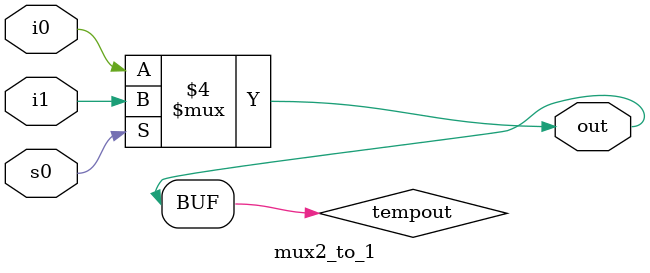
<source format=v>
/*
* Group no:14
* Assembled processor
*
* Here clock was used only in Program Counter. 
* This is a single cycle processor.
* So, @ rising edge , @@@@@@@@@@@@@@@@@@@@@@@@@@@@@@@@@@@@@@@@@@@@@@@@@@@@@@@@@@@@@@@@@@@@@@@@@@@@@@@@@@@@@@@@@@@@@@@@@@@@@@@@@@@@@@


*/


// assembled processor module
module Processor();

// initializing clock
	reg clock;


	initial
	clock = 1'b0;

	always
	#5 clock = ~clock;
	
//PC - call the program counter module
	wire [15:0]In;  //  Input for the pc
	wire [15:0] out; // output of the pc
	PC pc1(out,clock,In);
	
	
// call the Instruction Memory module
	wire [15:0]Instruction;
	Instruction_Mem Instruction_Mem1(Instruction,out);
	
	
//call the Controller module
	//  These 9 wires are outputs of controller module
	wire regDst,branch,Memread,MemtoReg,ALUop,Memwrite,ALUsrc,regWrite,jump;
	control mainController(Instruction[15:12],regDst,branch,Memread,MemtoReg,ALUop,Memwrite,ALUsrc,regWrite,jump);
	
	
// call 2 to 1 multiplexer	--------- Mux1
	wire writeReg; // output of mux1
	// mux2_to_1(out,i0,i1,s0) - s0 is the control input for mux
	mux2_to_1 mux1(writeReg,Instruction[3:0], Instruction[11:8],regDst);
	
	
	
// call the register file module	
	wire readData1,readData2; // outputs of register file
	wire writeData;           // input for register file - It stores data which is going to write in destination register
	registerFile registerfile1(readData1,readData2,Instruction[7:4],Instruction[3:0],writeReg,writeData,regWrite);

	
// call the Sign Extender
	wire [15:0] extendedOffset;
	signExtend SE(extendedOffset,Instruction[11:8]);
	
	
// call 2 to 1 multiplexer	--------- Mux2
	wire [15:0] ALUoperand2; // output of mux2 = 2nd operand(input) of ALU
	mux2_to_1 mux2(ALUoperand2,readData2, extendedOffset,ALUsrc);
	
	
//call the ALU module------- Main ALU
	wire lt,eq,gt,overflow,c_out,zero;
	wire [15:0] Datamemadr; // 1 output of ALU -- this is the address for data memory
	alu ALU(c_out,Datamemadr,zero,lt,eq,gt,overflow,readData1,ALUoperand2,ALUop);
	
	
// call the Data-Memory module
	wire [15:0] ReadData; // output for data memory
	DataMem dataMemory(ReadData,memRead,memWrite,Datamemadr,readData2);
	
	
// call 2 to 1 multiplexer	------------- Mux3
	mux2_to_1 mux3(writeData,Datamemadr, ReadData,MemtoReg);
	
	
// AND gate 
	wire mux4Control;  // output of the AND gate =  control input  of the Mux4
	and(mux4Control,branch,zero);
	
	
// call the adder module ---------------- Adder 1
	// pc should be updated by adding 1 byte
	// our pc is not byte addressable, unit address of pc = memory address size @@@@@@@@@@@@@@@@@@@@@@@@@@@@@@@@@@@@@@@@@@@@@@@@@@@
	wire [15:0] adder2operand1;
	adder adder1(adder2operand1,out, 16'h1);
	
	
//  call the jump address generator
	// It concatenates the addresses and makes the jumping address
	wire [15:0] mux5_i1; 
	jumpAddress jumpadr(mux5_i1,Instruction[11:0],adder2operand1[15:13]);
	
	
// call the adder module ---------------- Adder 2
	wire mux4_i1;
	adder adder2(mux4_i1,adder2operand1,extendedOffset);
	
	
// call 2 to 1 multiplexer	------------- Mux4
	wire mux5_i0;
	mux2_to_1 mux4(mux5_i0,adder2operand1, mux4_i1,mux4Control);
	
	
// call 2 to 1 multiplexer	------------- Mux5
	mux2_to_1 mux5(In,mux5_i0, mux5_i1,jump);

endmodule


//   INSTRUCTION MEMORY   
module Instruction_Mem(Instruction,Iaddr);

	// output of the Program Counter
	input [15:0] Iaddr;
	
	output [15:0] Instruction;
	
	// register file 
	reg[15:0] myreg[256:0];
	// Temporary registers
	reg [15:0] temp;
	

	always@(Iaddr)
	begin
		
		myreg [0]=16'h2301;
		temp=myreg[Iaddr];
		
	end
	
	assign Instruction=temp;
	
endmodule




//    ADDER	
module adder(sum,a, b);
	
	// I/O port declarations
	output [15:0] sum;
	input[15:0] a, b;
		
	assign sum = a + b ;	
	
endmodule



//     LEFT SHIFT (1 bit)
module left_shift1(shiftedOffset,offset);
	
	// I/O port declarations
	input [15:0]offset;
	output [15:0]shiftedOffset;
	
	reg [15:0]Temp;
	
	always @(offset)
	begin
		//Temp={offset[14:0],0};
		Temp=offset << 1;
	
	end
	
	assign shiftedOffset=Temp;

endmodule



//   JUMP ADDRESS GENERATOR
module jumpAddress(out,ins,pc);
	//// I/O port declarations
	input [2:0]pc;
	input [11:0]ins;

	output [15:0]out;
	// temporary register
	reg [15:0]temp;

	always @(pc,ins)
	begin
		temp[15:13]=pc;
		temp[12:1]=ins;
		temp[0]=1'b0;
	end

	assign out=temp;
	
endmodule



//   DATA MEMORY
module DataMem(readData,memRead,memWrite,address,writeData);

	input memRead,memWrite;
	input [15:0]address,writeData;

	output [15:0]readData;

	reg[15:0] myreg[255:0];
	reg [15:0]Temp; 

	always @(memWrite,memRead,address,writeData)
	begin
	
		//write to the data memory
		if(memWrite==1)
		begin
			myreg[address]=writeData;
		end
		
		//read from the data memory

		if(memRead==1)
		begin
			Temp=myreg[address];
		end
	end

	assign readData=Temp;	
		
endmodule



//  ALU 
module alu(c_out,z,zero,lt,eq,gt,overflow,x,y,c);
  input signed [15:0] x,y;   // x & y are signed numbers
  input [2:0] c;             // Op Code
  
  output [15:0] z;			 // output of the operation 
  output zero;               // output of ALU -- used in branch instructions 
  output c_out,overflow,lt,gt,eq;
  
  // Temporary registers
  reg [15:0] ztemp;
  reg zeroTemp;
  reg c_out_temp,overflow_temp,lt_temp,gt_temp,eq_temp;

  always @(c,x,y)
  begin
  
  
	//to determine the two numbers are equal or less than or greater than
   
    begin
      if(x<y)
        begin
        lt_temp=1'b1;
        gt_temp=1'b0;
        eq_temp=1'b0;
      end
	  
	  else if(x>y)
      begin
        lt_temp=1'b0;
        gt_temp=1'b1;
        eq_temp=1'b0;
      end
	  
      else
      begin
        lt_temp=1'b0;
        gt_temp=1'b0;
        eq_temp=1'b1;
      end
      
    end
    
    
		case(c)
		  3'b000://and operation
		  begin
			ztemp=x & y;
			
			zeroTemp=1'b0;
			c_out_temp=1'b0;
			overflow_temp=1'b0; 
		  end
		  
		  3'b001://or operation
		  begin
			ztemp=x | y;
			zeroTemp=1'b0;
			c_out_temp=1'b0;
			overflow_temp=1'b0;
		  end
		  
		  
		  3'b010://add operation 
		  begin 
			ztemp=x+y;
			zeroTemp=1'b0;
			c_out_temp=16'h0;
			overflow_temp=c_out_temp;
		  end
		  
		  3'b011:// Subtract operation
		  begin
			{c_out_temp,ztemp}=x-y;
				if(lt_temp==1'b1 | gt_temp==1'b1)//change here to temp values
				begin
				zeroTemp=1'b1;
				end
				
				else
				begin
				zeroTemp=1'b0;
				end
			
			overflow_temp=c_out_temp;        
		  end
		  
		  3'b111://set less than
		  begin
			if(lt==1'b1)
			begin
				ztemp=16'd1;
			   
			end
			  
			else
			begin
				ztemp=16'd0;
			end
			  
			 zeroTemp=1'b0; 
			 c_out_temp=1'b0;
			 overflow_temp=1'b0;
			  
		  end
		  
		  3'b100://add for unsigned numbers
		  begin
		  
		  end
		  
		  default:
		  $display("INVALID ALU OPCODE");
	   endcase 
    
  end
  
  assign z=ztemp;
  assign zero=zeroTemp;
  assign c_out= c_out_temp;
  assign  overflow=overflow_temp;
  assign lt=lt_temp;
  assign gt=gt_temp;
  assign eq=eq_temp;
 
 endmodule 


 
 //   SIGN EXTENDER
module signExtend(offset_16,offset_4);

	input [3:0]offset_4;
	output [15:0]offset_16;
	
	reg [15:0]extended;

	always @(offset_4)
	begin
		extended[3:0] = offset_4[3:0];
		extended[15:4] = {12 {offset_4[3]} };
	end
	
	assign offset_16=extended;

endmodule




//   PROGRAM COUNTER
module PC(Out,clk,In);
		
      output [15:0] Out;
	  
	  input [15:0] In;
      input clk;    // clock
  
      reg [15:0] Out;
 
	always @(posedge clk)
	begin
		if (In>=0)
		begin
    		Out = In;
		end 
		
		else  
		begin
		Out = 16'h0;
		end
	end

endmodule



//          REGISTER FILE
module registerFile(readData1,readData2,readReg1,readReg2,writeReg,writeData,RegWrite);

	input [15:0]writeData;
	input [3:0]readReg1,readReg2,writeReg;
	input RegWrite;
	
	output [15:0]readData1,readData2;

	reg[15:0] myreg[15:0];
	reg [15:0] tmp1,tmp2;
	
	always @(readReg1,readReg2,writeReg,writeData,RegWrite)
	begin
		
		if(RegWrite==1)
		begin
			myreg[writeReg]=writeData;
			tmp1=myreg[readReg1];
			tmp2=myreg[readReg2];
		end
	
	end
	
	assign readData1=tmp1;
  	assign readData2=tmp2;
	
endmodule



//     CONTROLLER
module control(opCode,regDst1,branch1,Memread1,MemtoReg1,ALUop1,Memwrite1,ALUsrc1,regWrite1,jump1);
	input [3:0] opCode;
	
	output regDst1,branch1,Memread1,Memwrite1,ALUsrc1,regWrite1,jump1,MemtoReg1;
	output[2:0] ALUop1;
	
	reg regDst,branch,Memread,Memwrite,ALUsrc,regWrite,jump,MemtoReg;
	reg[2:0] ALUop;
	
	always @(opCode)	
	begin 
		case(opCode)
		
			//controller outputs for R-type operations
			
			
			//add
			4'h2:
			begin 
			regDst=1'b1;
			branch=1'b0;
			Memread=1'b0;
			Memwrite=1'b0;
			MemtoReg=1'b0;
			ALUsrc=1'b0;
			regWrite=1'b1;
			jump=1'b0;
			ALUop=3'b010;
			end
			
			
			//sub
			4'h6:
			begin 
			regDst=1'b1;
			branch=1'b0;
			Memread=1'b0;
			Memwrite=1'b0;
			MemtoReg=1'b0;
			ALUsrc=1'b0;
			regWrite=1'b1;
			jump=1'b0;
			ALUop=3'b011;
			end
			//and
			4'h0:
			begin 
			regDst=1'b1;
			branch=1'b0;
			Memread=1'b0;
			Memwrite=1'b0;
			MemtoReg=1'b0;
			ALUsrc=1'b0;
			regWrite=1'b1;
			jump=1'b0;
			ALUop=3'b000;
			end
			
			
			//or
			4'h1:
			begin 
			regDst=1'b1;
			branch=1'b0;
			Memread=1'b0;
			Memwrite=1'b0;
			MemtoReg=1'b0;
			ALUsrc=1'b0;
			regWrite=1'b1;
			jump=1'b0;
			ALUop=3'b001;
			end
			
			
			//set less than
			4'h7:
			begin 
			regDst=1'b1;
			branch=1'b0;
			Memread=1'b0;
			Memwrite=1'b0;
			MemtoReg=1'b0;
			ALUsrc=1'b0;
			regWrite=1'b1;
			jump=1'b0;
			ALUop=3'b111;
			end
			
			
			//lw
			4'h8:
			begin 
			regDst=1'b0;//i change this to zero
			branch=1'b0;
			Memread=1'b1;
			Memwrite=1'b0;
			MemtoReg=1'b1;
			ALUsrc=1'b1;
			regWrite=1'b1;
			jump=1'b0;
			ALUop=3'b010;
			end
			
			
			//sw
			4'ha:
			begin 
			//regDst=1'b0;
			branch=1'b0;
			Memread=1'b0;
			Memwrite=1'b1;
			//MemtoReg=1'b0;
			ALUsrc=1'b1;
			regWrite=1'b0;
			jump=1'b0;
			ALUop=3'b010;
			end
			
			
			//branch not equal
			4'he:
			begin 
			//regDst=1'b1;//dont care
			branch=1'b1;
			Memread=1'b0;//dont care
			Memwrite=1'b0;//dc
			MemtoReg=1'b0;
			ALUsrc=1'b1;//change here 
			regWrite=1'b0;//dc
			jump=1'b0;
			ALUop=3'b011;
			end
			
			//jump
			4'hf:
			begin 
			//regDst=1'b1;
			branch=1'b0;
			Memread=1'b0;
			Memwrite=1'b0;
			//MemtoReg=1'b0;
			//ALUsrc=1'b0;
			regWrite=1'b0;
			jump=1'b1;
			//ALUop=3'b011;
			end
			
			default:
			$disply("INVALID OPCODE");
		endcase
		
	end
	
	assign regDst1=regDst;
	assign	branch1=branch;
	assign	Memread1=Memread;
	assign	Memwrite1=Memwrite;
	assign	MemtoReg1=MemtoReg;
	assign ALUsrc1=ALUsrc;
	assign	regWrite1=regWrite;
	assign jump1=jump;
	assign	ALUop1=ALUop;
	
endmodule




//   2 TO 1 MULTIPLEXER
module mux2_to_1 (out, i0, i1,s0);
	
	// Port declarations from the I/O diagram
	output out;
	
	input i0, i1;
	input s0;
	// Internal wire declarations
	reg tempout;
	
	always @(s0,i0,i1)
	begin	
	
		if (s0==1'b0)
			tempout = i0;
		else
			tempout = i1;

		end	
	
	assign out=tempout;
	
endmodule


</source>
